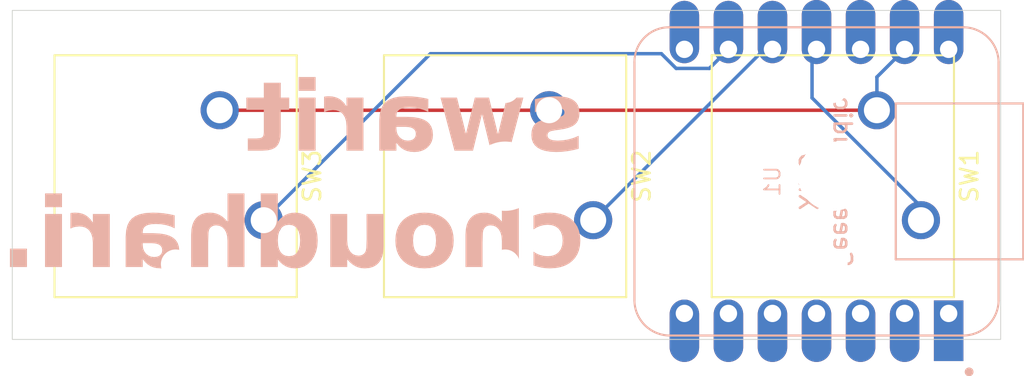
<source format=kicad_pcb>
(kicad_pcb (version 20240108) (generator "pcbnew") (generator_version "8.0")
  (layers (0 "F.Cu" signal) (31 "B.Cu" signal) (34 "B.Paste" user) (35 "F.Paste" user) (36 "B.SilkS" user "B.Silkscreen") (37 "F.SilkS" user "F.Silkscreen") (38 "B.Mask" user) (39 "F.Mask" user) (44 "Edge.Cuts" user))
  (net 0 "")
  (net 1 "Net-(U1-PA6_A10_D10_MOSI)")
  (net 2 "GND")
  (net 3 "Net-(U1-PA5_A9_D9_MISO)")
  (net 4 "Net-(U1-PA7_A8_D8_SCK)")
  (footprint "Button_Switch_Keyboard:SW_Cherry_MX_1.00u_PCB" (layer "F.Cu") (at 131.40253 92.616 -90)
    (property "Reference" "SW1" (at -2.54 -2.794 90) (layer "F.SilkS"))
    (property "Value" "SW_Push")
    (fp_line (start -9.525 12.065) (end -9.525 -1.905) (stroke (width 0.12)) (layer "F.SilkS"))
    (fp_line (start 4.445 12.065) (end -9.525 12.065) (stroke (width 0.12)) (layer "F.SilkS"))
    (fp_line (start -9.525 -1.905) (end 4.445 -1.905) (stroke (width 0.12)) (layer "F.SilkS"))
    (fp_line (start 4.445 -1.905) (end 4.445 12.065) (stroke (width 0.12)) (layer "F.SilkS"))
    (pad "" np_thru_hole circle (at -7.62 5.08 270) (size 1.7 1.7) (drill 1.7) (layers "*.Cu" "*.Mask"))
    (pad "" np_thru_hole circle (at -2.54 5.08 270) (size 4 4) (drill 4) (layers "*.Cu" "*.Mask"))
    (pad "" np_thru_hole circle (at 2.54 5.08 270) (size 1.7 1.7) (drill 1.7) (layers "*.Cu" "*.Mask"))
    (pad "1" thru_hole circle (at 0 0 270) (size 2.2 2.2) (drill 1.5) (layers "*.Cu" "*.Mask") (net 1 "Net-(U1-PA6_A10_D10_MOSI)"))
    (pad "2" thru_hole circle (at -6.35 2.54 270) (size 2.2 2.2) (drill 1.5) (layers "*.Cu" "*.Mask") (net 2 "GND"))
  )
  (footprint "Button_Switch_Keyboard:SW_Cherry_MX_1.00u_PCB" (layer "F.Cu") (at 93.5 92.616 -90)
    (property "Reference" "SW3" (at -2.54 -2.794 90) (layer "F.SilkS"))
    (property "Value" "SW_Push")
    (fp_line (start -9.525 12.065) (end -9.525 -1.905) (stroke (width 0.12)) (layer "F.SilkS"))
    (fp_line (start 4.445 12.065) (end -9.525 12.065) (stroke (width 0.12)) (layer "F.SilkS"))
    (fp_line (start -9.525 -1.905) (end 4.445 -1.905) (stroke (width 0.12)) (layer "F.SilkS"))
    (fp_line (start 4.445 -1.905) (end 4.445 12.065) (stroke (width 0.12)) (layer "F.SilkS"))
    (pad "" np_thru_hole circle (at -7.62 5.08 270) (size 1.7 1.7) (drill 1.7) (layers "*.Cu" "*.Mask"))
    (pad "" np_thru_hole circle (at -2.54 5.08 270) (size 4 4) (drill 4) (layers "*.Cu" "*.Mask"))
    (pad "" np_thru_hole circle (at 2.54 5.08 270) (size 1.7 1.7) (drill 1.7) (layers "*.Cu" "*.Mask"))
    (pad "1" thru_hole circle (at 0 0 270) (size 2.2 2.2) (drill 1.5) (layers "*.Cu" "*.Mask") (net 4 "Net-(U1-PA7_A8_D8_SCK)"))
    (pad "2" thru_hole circle (at -6.35 2.54 270) (size 2.2 2.2) (drill 1.5) (layers "*.Cu" "*.Mask") (net 2 "GND"))
  )
  (footprint "Button_Switch_Keyboard:SW_Cherry_MX_1.00u_PCB" (layer "F.Cu") (at 112.5 92.616 -90)
    (property "Reference" "SW2" (at -2.54 -2.794 90) (layer "F.SilkS"))
    (property "Value" "SW_Push")
    (fp_line (start -9.525 12.065) (end -9.525 -1.905) (stroke (width 0.12)) (layer "F.SilkS"))
    (fp_line (start 4.445 12.065) (end -9.525 12.065) (stroke (width 0.12)) (layer "F.SilkS"))
    (fp_line (start -9.525 -1.905) (end 4.445 -1.905) (stroke (width 0.12)) (layer "F.SilkS"))
    (fp_line (start 4.445 -1.905) (end 4.445 12.065) (stroke (width 0.12)) (layer "F.SilkS"))
    (pad "" np_thru_hole circle (at -7.62 5.08 270) (size 1.7 1.7) (drill 1.7) (layers "*.Cu" "*.Mask"))
    (pad "" np_thru_hole circle (at -2.54 5.08 270) (size 4 4) (drill 4) (layers "*.Cu" "*.Mask"))
    (pad "" np_thru_hole circle (at 2.54 5.08 270) (size 1.7 1.7) (drill 1.7) (layers "*.Cu" "*.Mask"))
    (pad "1" thru_hole circle (at 0 0 270) (size 2.2 2.2) (drill 1.5) (layers "*.Cu" "*.Mask") (net 3 "Net-(U1-PA5_A9_D9_MISO)"))
    (pad "2" thru_hole circle (at -6.35 2.54 270) (size 2.2 2.2) (drill 1.5) (layers "*.Cu" "*.Mask") (net 2 "GND"))
  )
  (footprint "footprints:XIAO-Generic-Hybrid-14P-2.54-21X17.8MM" (layer "B.Cu") (at 125.38 90.375 90)
    (property "Reference" "U1" (at 0 -2.54 90) (layer "B.SilkS") (effects (font (size 0.889 0.889) (thickness 0.1016)) (justify mirror)))
    (property "Value" "MOUDLE-SEEEDUINO-XIAO" (hide yes))
    (fp_line (start 6.9 -10.5) (end -6.9 -10.5) (stroke (width 0.127)) (layer "B.SilkS"))
    (fp_line (start -8.9 -8.5) (end -8.9 8.5) (stroke (width 0.127)) (layer "B.SilkS"))
    (fp_line (start 4.5 4.57073) (end 4.5 11.92403) (stroke (width 0.127)) (layer "B.SilkS"))
    (fp_line (start -4.5 4.57073) (end 4.5 4.57073) (stroke (width 0.127)) (layer "B.SilkS"))
    (fp_line (start 8.9 8.5) (end 8.9 -8.5) (stroke (width 0.127)) (layer "B.SilkS"))
    (fp_line (start -6.9 10.49909) (end 6.9 10.49909) (stroke (width 0.127)) (layer "B.SilkS"))
    (fp_line (start 4.5 11.92403) (end -4.5 11.92403) (stroke (width 0.127)) (layer "B.SilkS"))
    (fp_line (start -4.5 11.92403) (end -4.5 4.57073) (stroke (width 0.127)) (layer "B.SilkS"))
    (fp_arc (start 6.9 -10.5) (mid 8.314214 -9.914214) (end 8.9 -8.5) (stroke (width 0.12)) (layer "B.SilkS"))
    (fp_arc (start -8.9 -8.5) (mid -8.301423 -9.901423) (end -6.9 -10.5) (stroke (width 0.12)) (layer "B.SilkS"))
    (fp_arc (start 8.9 8.5) (mid 8.301492 9.901492) (end 6.9 10.5) (stroke (width 0.12)) (layer "B.SilkS"))
    (fp_arc (start -6.9 10.5) (mid -8.301491 9.901491) (end -8.9 8.5) (stroke (width 0.12)) (layer "B.SilkS"))
    (fp_circle (center -11 8.8) (end -11 9.054) (fill solid) (layer "B.SilkS"))
    (fp_poly (pts (xy -8.887715 8.561705) (xy -8.884667 8.610473) (xy -8.880603 8.659494)) (stroke (width 0.0254)) (fill none) (layer "B.SilkS"))
    (fp_poly (pts (xy 8.889492 -8.521574) (xy 8.887713 -8.57085) (xy 8.884665 -8.619618) (xy 8.880601 -8.668639) (xy 8.875268 -8.717407) (xy 8.868664 -8.766175) (xy 8.861044 -8.81469) (xy 8.852153 -8.86295) (xy 8.842248 -8.910955)) (stroke (width 0.0254)) (fill none) (layer "B.SilkS"))
    (fp_text user "XIAO" (at 0 -0.5 -90) (layer "B.SilkS") (effects (justify mirror)))
    (fp_text user "Seeed Studio" (at 0 1.5 -90) (layer "B.SilkS") (effects (justify mirror)))
    (pad "1" thru_hole rect (at -7.625 7.62 90) (size 3.5 1.7) (drill 1 (offset -1 0)) (layers "*.Cu" "*.Mask"))
    (pad "2" thru_hole oval (at -7.625 5.08 90) (size 3.6 1.7) (drill 1 (offset -1 0)) (layers "*.Cu" "*.Mask"))
    (pad "3" thru_hole oval (at -7.625 2.54 90) (size 3.6 1.7) (drill 1 (offset -1 0)) (layers "*.Cu" "*.Mask"))
    (pad "4" thru_hole oval (at -7.625 0 90) (size 3.6 1.7) (drill 1 (offset -1 0)) (layers "*.Cu" "*.Mask"))
    (pad "5" thru_hole oval (at -7.625 -2.54 90) (size 3.6 1.7) (drill 1 (offset -1 0)) (layers "*.Cu" "*.Mask"))
    (pad "6" thru_hole oval (at -7.625 -5.08 270) (size 3.6 1.7) (drill 1 (offset 1 0)) (layers "*.Cu" "*.Mask"))
    (pad "7" thru_hole oval (at -7.625 -7.62 90) (size 3.6 1.7) (drill 1 (offset -1 0)) (layers "*.Cu" "*.Mask"))
    (pad "8" thru_hole oval (at 7.625 -7.62 90) (size 3.6 1.7) (drill 1 (offset 1 0)) (layers "*.Cu" "*.Mask"))
    (pad "9" thru_hole oval (at 7.625 -5.08 90) (size 3.6 1.7) (drill 1 (offset 1 0)) (layers "*.Cu" "*.Mask") (net 4 "Net-(U1-PA7_A8_D8_SCK)"))
    (pad "10" thru_hole oval (at 7.625 -2.54 90) (size 3.6 1.7) (drill 1 (offset 1 0)) (layers "*.Cu" "*.Mask") (net 3 "Net-(U1-PA5_A9_D9_MISO)"))
    (pad "11" thru_hole oval (at 7.625 0 90) (size 3.7 1.7) (drill 1 (offset 1 0)) (layers "*.Cu" "*.Mask") (net 1 "Net-(U1-PA6_A10_D10_MOSI)"))
    (pad "12" thru_hole oval (at 7.625 2.54 90) (size 3.7 1.7) (drill 1 (offset 1 0)) (layers "*.Cu" "*.Mask"))
    (pad "13" thru_hole oval (at 7.625 5.08 90) (size 3.7 1.7) (drill 1 (offset 1 0)) (layers "*.Cu" "*.Mask") (net 2 "GND"))
    (pad "14" thru_hole oval (at 7.625 7.62 90) (size 3.7 1.7) (drill 1 (offset 1 0)) (layers "*.Cu" "*.Mask"))
  )
  (gr_rect (start 79 80.5) (end 136 99.5) (stroke (width 0.05)) (fill none) (layer "Edge.Cuts"))
  (gr_text "swarit\nchoudhari." (at 112 96 0) (layer "B.SilkS") (effects (font (size 4 4) (thickness 0.2) (bold yes)) (justify left bottom mirror)))
  (segment (start 125.12253 85.552598) (end 131.40253 91.832598) (width 0.2) (layer "B.Cu") (net 1))
  (segment (start 131.40253 91.832598) (end 131.40253 92.616) (width 0.2) (layer "B.Cu") (net 1))
  (segment (start 125.12253 83.00747) (end 125.12253 85.552598) (width 0.2) (layer "B.Cu") (net 1))
  (segment (start 125.38 82.75) (end 125.12253 83.00747) (width 0.2) (layer "B.Cu") (net 1))
  (segment (start 90.96 86.266) (end 128.86253 86.266) (width 0.2) (layer "F.Cu") (net 2))
  (segment (start 128.86253 84.34747) (end 128.86253 86.266) (width 0.2) (layer "B.Cu") (net 2))
  (segment (start 130.46 82.75) (end 128.86253 84.34747) (width 0.2) (layer "B.Cu") (net 2))
  (segment (start 112.5 92.616) (end 122.366 82.75) (width 0.2) (layer "B.Cu") (net 3))
  (segment (start 122.366 82.75) (end 122.84 82.75) (width 0.2) (layer "B.Cu") (net 3))
  (segment (start 93.5 92.616) (end 103.116 83) (width 0.2) (layer "B.Cu") (net 4))
  (segment (start 116.433654 83) (end 117.283654 83.85) (width 0.2) (layer "B.Cu") (net 4))
  (segment (start 103.116 83) (end 116.433654 83) (width 0.2) (layer "B.Cu") (net 4))
  (segment (start 117.283654 83.85) (end 119.2 83.85) (width 0.2) (layer "B.Cu") (net 4))
  (segment (start 119.2 83.85) (end 120.3 82.75) (width 0.2) (layer "B.Cu") (net 4))
)
</source>
